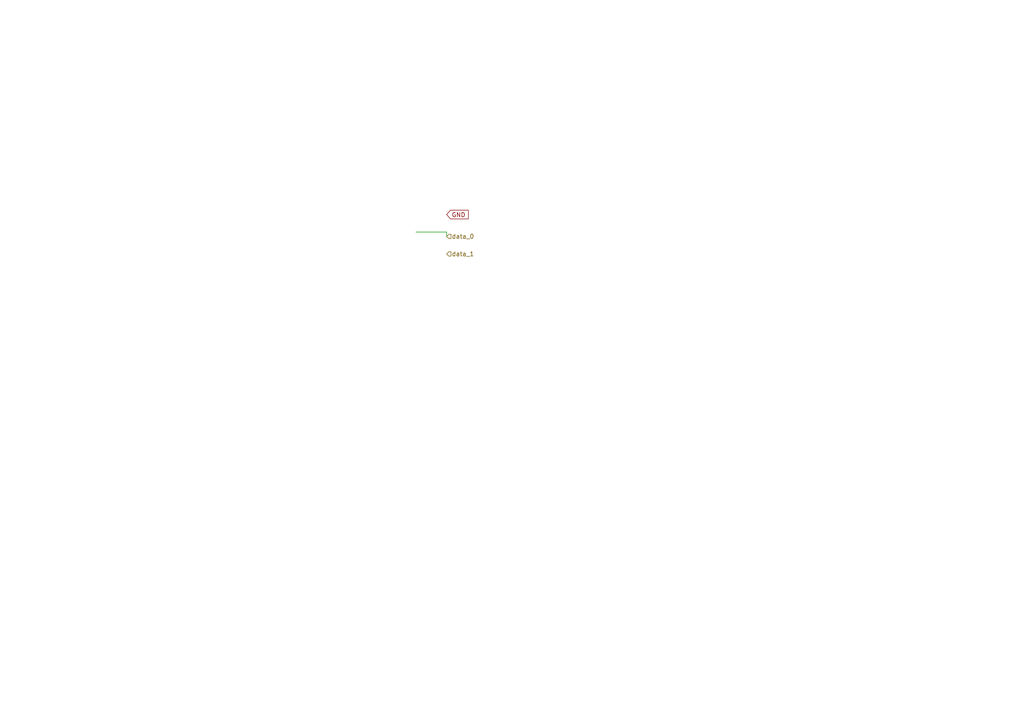
<source format=kicad_sch>
(kicad_sch (version 20230121) (generator eeschema)
  (paper "A4")
  (lib_symbols)
  (wire (pts (xy 120.65 67.31) (xy 129.54 67.31)))
  (wire (pts (xy 129.54 67.31) (xy 129.54 68.58)))
  (global_label "GND" (shape input) (at 129.54 62.23 0) (property "Intersheetrefs" "${INTERSHEET_REFS}" (effects hide)))
  (hierarchical_label "data_0" (shape input) (at 129.54 68.58 0))
  (hierarchical_label "data_1" (shape input) (at 129.54 73.66 0))
)
</source>
